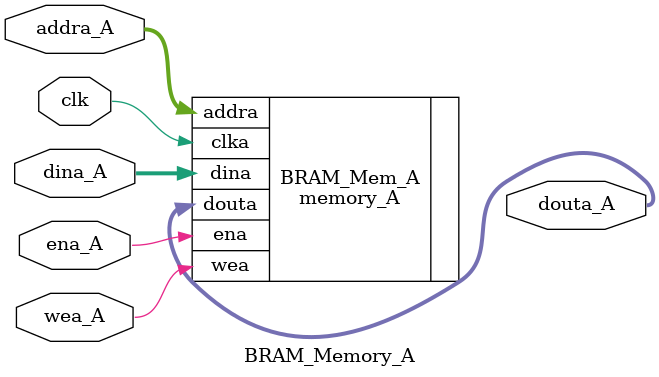
<source format=v>
`timescale 1ns / 1ps


module BRAM_Memory_A(
    input clk,
    input ena_A,
    input wea_A,
    input [4:0] addra_A,
    input [31:0] dina_A,
    output [31:0] douta_A
    );
    
    memory_A BRAM_Mem_A (
      .clka(clk),    // input wire clka
      .ena(ena_A),      // input wire ena
      .wea(wea_A),      // input wire [0 : 0] wea
      .addra(addra_A),  // input wire [4 : 0] addra
      .dina(dina_A),    // input wire [31 : 0] dina
      .douta(douta_A)  // output wire [31 : 0] douta
    );
endmodule

</source>
